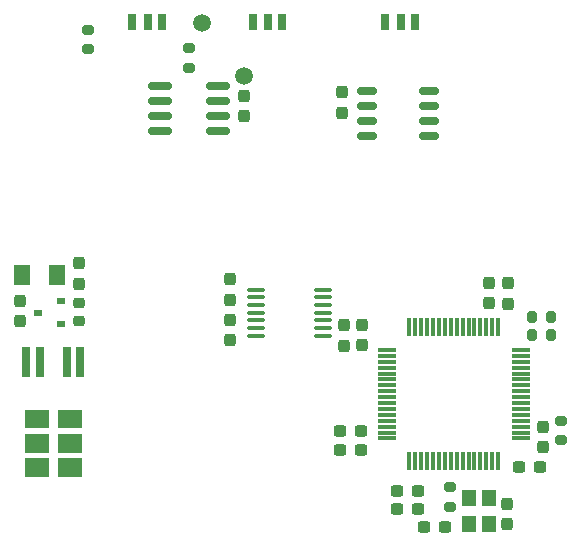
<source format=gbr>
%TF.GenerationSoftware,KiCad,Pcbnew,(7.0.0-0)*%
%TF.CreationDate,2023-03-29T23:18:46+02:00*%
%TF.ProjectId,Nauthiluscontroller,4e617574-6869-46c7-9573-636f6e74726f,rev?*%
%TF.SameCoordinates,Original*%
%TF.FileFunction,Paste,Bot*%
%TF.FilePolarity,Positive*%
%FSLAX46Y46*%
G04 Gerber Fmt 4.6, Leading zero omitted, Abs format (unit mm)*
G04 Created by KiCad (PCBNEW (7.0.0-0)) date 2023-03-29 23:18:46*
%MOMM*%
%LPD*%
G01*
G04 APERTURE LIST*
G04 Aperture macros list*
%AMRoundRect*
0 Rectangle with rounded corners*
0 $1 Rounding radius*
0 $2 $3 $4 $5 $6 $7 $8 $9 X,Y pos of 4 corners*
0 Add a 4 corners polygon primitive as box body*
4,1,4,$2,$3,$4,$5,$6,$7,$8,$9,$2,$3,0*
0 Add four circle primitives for the rounded corners*
1,1,$1+$1,$2,$3*
1,1,$1+$1,$4,$5*
1,1,$1+$1,$6,$7*
1,1,$1+$1,$8,$9*
0 Add four rect primitives between the rounded corners*
20,1,$1+$1,$2,$3,$4,$5,0*
20,1,$1+$1,$4,$5,$6,$7,0*
20,1,$1+$1,$6,$7,$8,$9,0*
20,1,$1+$1,$8,$9,$2,$3,0*%
G04 Aperture macros list end*
%ADD10C,0.010000*%
%ADD11RoundRect,0.237500X-0.237500X0.300000X-0.237500X-0.300000X0.237500X-0.300000X0.237500X0.300000X0*%
%ADD12RoundRect,0.250000X-0.462500X-0.625000X0.462500X-0.625000X0.462500X0.625000X-0.462500X0.625000X0*%
%ADD13RoundRect,0.225000X0.250000X-0.225000X0.250000X0.225000X-0.250000X0.225000X-0.250000X-0.225000X0*%
%ADD14R,0.700000X0.600000*%
%ADD15RoundRect,0.200000X0.200000X0.275000X-0.200000X0.275000X-0.200000X-0.275000X0.200000X-0.275000X0*%
%ADD16RoundRect,0.200000X-0.275000X0.200000X-0.275000X-0.200000X0.275000X-0.200000X0.275000X0.200000X0*%
%ADD17R,0.790000X2.520000*%
%ADD18RoundRect,0.200000X-0.200000X-0.275000X0.200000X-0.275000X0.200000X0.275000X-0.200000X0.275000X0*%
%ADD19RoundRect,0.237500X0.237500X-0.300000X0.237500X0.300000X-0.237500X0.300000X-0.237500X-0.300000X0*%
%ADD20RoundRect,0.237500X-0.300000X-0.237500X0.300000X-0.237500X0.300000X0.237500X-0.300000X0.237500X0*%
%ADD21RoundRect,0.100000X0.637500X0.100000X-0.637500X0.100000X-0.637500X-0.100000X0.637500X-0.100000X0*%
%ADD22RoundRect,0.200000X0.275000X-0.200000X0.275000X0.200000X-0.275000X0.200000X-0.275000X-0.200000X0*%
%ADD23RoundRect,0.150000X0.825000X0.150000X-0.825000X0.150000X-0.825000X-0.150000X0.825000X-0.150000X0*%
%ADD24R,1.200000X1.400000*%
%ADD25RoundRect,0.150000X0.675000X0.150000X-0.675000X0.150000X-0.675000X-0.150000X0.675000X-0.150000X0*%
%ADD26C,1.500000*%
%ADD27R,0.700000X1.450000*%
%ADD28RoundRect,0.237500X0.300000X0.237500X-0.300000X0.237500X-0.300000X-0.237500X0.300000X-0.237500X0*%
%ADD29RoundRect,0.075000X0.075000X-0.700000X0.075000X0.700000X-0.075000X0.700000X-0.075000X-0.700000X0*%
%ADD30RoundRect,0.075000X0.700000X-0.075000X0.700000X0.075000X-0.700000X0.075000X-0.700000X-0.075000X0*%
G04 APERTURE END LIST*
%TO.C,U1*%
G36*
X122380000Y-109395000D02*
G01*
X120460000Y-109395000D01*
X120460000Y-107895000D01*
X122380000Y-107895000D01*
X122380000Y-109395000D01*
G37*
D10*
X122380000Y-109395000D02*
X120460000Y-109395000D01*
X120460000Y-107895000D01*
X122380000Y-107895000D01*
X122380000Y-109395000D01*
G36*
X119600000Y-109395000D02*
G01*
X117680000Y-109395000D01*
X117680000Y-107895000D01*
X119600000Y-107895000D01*
X119600000Y-109395000D01*
G37*
X119600000Y-109395000D02*
X117680000Y-109395000D01*
X117680000Y-107895000D01*
X119600000Y-107895000D01*
X119600000Y-109395000D01*
G36*
X122380000Y-111465000D02*
G01*
X120460000Y-111465000D01*
X120460000Y-109965000D01*
X122380000Y-109965000D01*
X122380000Y-111465000D01*
G37*
X122380000Y-111465000D02*
X120460000Y-111465000D01*
X120460000Y-109965000D01*
X122380000Y-109965000D01*
X122380000Y-111465000D01*
G36*
X119600000Y-111465000D02*
G01*
X117680000Y-111465000D01*
X117680000Y-109965000D01*
X119600000Y-109965000D01*
X119600000Y-111465000D01*
G37*
X119600000Y-111465000D02*
X117680000Y-111465000D01*
X117680000Y-109965000D01*
X119600000Y-109965000D01*
X119600000Y-111465000D01*
G36*
X122380000Y-113535000D02*
G01*
X120460000Y-113535000D01*
X120460000Y-112035000D01*
X122380000Y-112035000D01*
X122380000Y-113535000D01*
G37*
X122380000Y-113535000D02*
X120460000Y-113535000D01*
X120460000Y-112035000D01*
X122380000Y-112035000D01*
X122380000Y-113535000D01*
G36*
X119600000Y-113535000D02*
G01*
X117680000Y-113535000D01*
X117680000Y-112035000D01*
X119600000Y-112035000D01*
X119600000Y-113535000D01*
G37*
X119600000Y-113535000D02*
X117680000Y-113535000D01*
X117680000Y-112035000D01*
X119600000Y-112035000D01*
X119600000Y-113535000D01*
%TD*%
D11*
%TO.C,C21*%
X117220000Y-98702500D03*
X117220000Y-100427500D03*
%TD*%
%TO.C,C20*%
X122195000Y-95527500D03*
X122195000Y-97252500D03*
%TD*%
D12*
%TO.C,F1*%
X117407500Y-96515000D03*
X120382500Y-96515000D03*
%TD*%
D13*
%TO.C,FB1*%
X122170000Y-100415000D03*
X122170000Y-98865000D03*
%TD*%
D14*
%TO.C,Q1*%
X120719999Y-98739999D03*
X120719999Y-100639999D03*
X118719999Y-99689999D03*
%TD*%
D15*
%TO.C,R6*%
X162175000Y-100050000D03*
X160525000Y-100050000D03*
%TD*%
D11*
%TO.C,C22*%
X144510000Y-81027500D03*
X144510000Y-82752500D03*
%TD*%
%TO.C,C25*%
X134970000Y-100307500D03*
X134970000Y-102032500D03*
%TD*%
D16*
%TO.C,R15*%
X123000000Y-75740000D03*
X123000000Y-77390000D03*
%TD*%
D17*
%TO.C,U1*%
X117749999Y-103894999D03*
X118889999Y-103894999D03*
X121169999Y-103894999D03*
X122309999Y-103894999D03*
%TD*%
D18*
%TO.C,R9*%
X160525000Y-101600000D03*
X162175000Y-101600000D03*
%TD*%
D19*
%TO.C,C11*%
X158450000Y-117612500D03*
X158450000Y-115887500D03*
%TD*%
D16*
%TO.C,R4*%
X153600000Y-114475000D03*
X153600000Y-116125000D03*
%TD*%
D20*
%TO.C,C12*%
X151450000Y-117875000D03*
X153175000Y-117875000D03*
%TD*%
D21*
%TO.C,U6*%
X142910473Y-97740707D03*
X142910473Y-98390707D03*
X142910473Y-99040707D03*
X142910473Y-99690707D03*
X142910473Y-100340707D03*
X142910473Y-100990707D03*
X142910473Y-101640707D03*
X137185473Y-101640707D03*
X137185473Y-100990707D03*
X137185473Y-100340707D03*
X137185473Y-99690707D03*
X137185473Y-99040707D03*
X137185473Y-98390707D03*
X137185473Y-97740707D03*
%TD*%
D22*
%TO.C,R14*%
X131490000Y-78940000D03*
X131490000Y-77290000D03*
%TD*%
D11*
%TO.C,C24*%
X136140000Y-81340000D03*
X136140000Y-83065000D03*
%TD*%
D23*
%TO.C,U5*%
X134015000Y-80525000D03*
X134015000Y-81795000D03*
X134015000Y-83065000D03*
X134015000Y-84335000D03*
X129065000Y-84335000D03*
X129065000Y-83065000D03*
X129065000Y-81795000D03*
X129065000Y-80525000D03*
%TD*%
D19*
%TO.C,C26*%
X134970000Y-98612500D03*
X134970000Y-96887500D03*
%TD*%
D24*
%TO.C,HSE1*%
X156899999Y-115389999D03*
X156899999Y-117589999D03*
X155199999Y-117589999D03*
X155199999Y-115389999D03*
%TD*%
D25*
%TO.C,U4*%
X151835000Y-80895000D03*
X151835000Y-82165000D03*
X151835000Y-83435000D03*
X151835000Y-84705000D03*
X146585000Y-84705000D03*
X146585000Y-83435000D03*
X146585000Y-82165000D03*
X146585000Y-80895000D03*
%TD*%
D26*
%TO.C,J7*%
X132650000Y-75200000D03*
%TD*%
%TO.C,J8*%
X136200000Y-79620000D03*
%TD*%
D11*
%TO.C,C6*%
X161500000Y-109373500D03*
X161500000Y-111098500D03*
%TD*%
D20*
%TO.C,C7*%
X149150000Y-114800000D03*
X150875000Y-114800000D03*
%TD*%
D27*
%TO.C,J16*%
X126711999Y-75049999D03*
X128011999Y-75049999D03*
X129211999Y-75049999D03*
%TD*%
%TO.C,J17*%
X148136999Y-75049999D03*
X149436999Y-75049999D03*
X150636999Y-75049999D03*
%TD*%
D20*
%TO.C,C2*%
X144325000Y-109700000D03*
X146050000Y-109700000D03*
%TD*%
D28*
%TO.C,C1*%
X161212500Y-112750000D03*
X159487500Y-112750000D03*
%TD*%
D11*
%TO.C,C10*%
X156900000Y-97175000D03*
X156900000Y-98900000D03*
%TD*%
D22*
%TO.C,R3*%
X163050000Y-110500000D03*
X163050000Y-108850000D03*
%TD*%
D29*
%TO.C,U2*%
X157690707Y-112274293D03*
X157190707Y-112274293D03*
X156690707Y-112274293D03*
X156190707Y-112274293D03*
X155690707Y-112274293D03*
X155190707Y-112274293D03*
X154690707Y-112274293D03*
X154190707Y-112274293D03*
X153690707Y-112274293D03*
X153190707Y-112274293D03*
X152690707Y-112274293D03*
X152190707Y-112274293D03*
X151690707Y-112274293D03*
X151190707Y-112274293D03*
X150690707Y-112274293D03*
X150190707Y-112274293D03*
D30*
X148265707Y-110349293D03*
X148265707Y-109849293D03*
X148265707Y-109349293D03*
X148265707Y-108849293D03*
X148265707Y-108349293D03*
X148265707Y-107849293D03*
X148265707Y-107349293D03*
X148265707Y-106849293D03*
X148265707Y-106349293D03*
X148265707Y-105849293D03*
X148265707Y-105349293D03*
X148265707Y-104849293D03*
X148265707Y-104349293D03*
X148265707Y-103849293D03*
X148265707Y-103349293D03*
X148265707Y-102849293D03*
D29*
X150190707Y-100924293D03*
X150690707Y-100924293D03*
X151190707Y-100924293D03*
X151690707Y-100924293D03*
X152190707Y-100924293D03*
X152690707Y-100924293D03*
X153190707Y-100924293D03*
X153690707Y-100924293D03*
X154190707Y-100924293D03*
X154690707Y-100924293D03*
X155190707Y-100924293D03*
X155690707Y-100924293D03*
X156190707Y-100924293D03*
X156690707Y-100924293D03*
X157190707Y-100924293D03*
X157690707Y-100924293D03*
D30*
X159615707Y-102849293D03*
X159615707Y-103349293D03*
X159615707Y-103849293D03*
X159615707Y-104349293D03*
X159615707Y-104849293D03*
X159615707Y-105349293D03*
X159615707Y-105849293D03*
X159615707Y-106349293D03*
X159615707Y-106849293D03*
X159615707Y-107349293D03*
X159615707Y-107849293D03*
X159615707Y-108349293D03*
X159615707Y-108849293D03*
X159615707Y-109349293D03*
X159615707Y-109849293D03*
X159615707Y-110349293D03*
%TD*%
D20*
%TO.C,C5*%
X149150000Y-116350000D03*
X150875000Y-116350000D03*
%TD*%
D11*
%TO.C,C4*%
X158500000Y-97200000D03*
X158500000Y-98925000D03*
%TD*%
%TO.C,C9*%
X144690000Y-100765000D03*
X144690000Y-102490000D03*
%TD*%
D27*
%TO.C,J18*%
X136924999Y-75049999D03*
X138224999Y-75049999D03*
X139424999Y-75049999D03*
%TD*%
D11*
%TO.C,C3*%
X146190000Y-100720000D03*
X146190000Y-102445000D03*
%TD*%
D20*
%TO.C,C8*%
X144350000Y-111300000D03*
X146075000Y-111300000D03*
%TD*%
M02*

</source>
